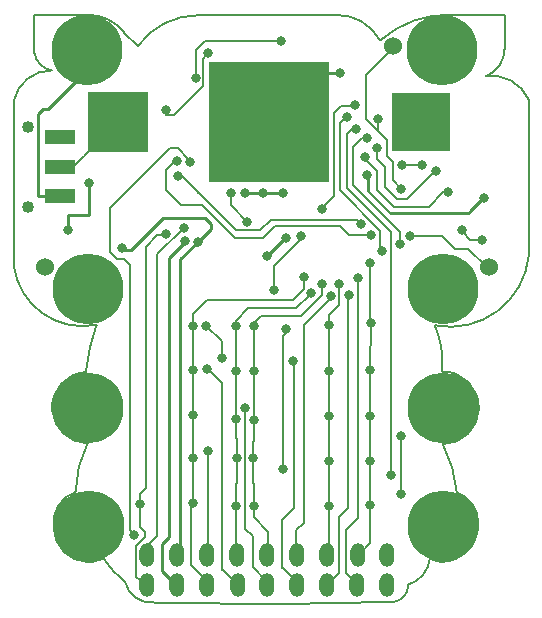
<source format=gbr>
%FSLAX23Y23*%
%MOIN*%
G04 EasyPC Gerber Version 17.0 Build 3379 *
%ADD85O,0.05000X0.08000*%
%ADD117R,0.09900X0.04700*%
%ADD152R,0.19685X0.19685*%
%ADD151R,0.20000X0.20000*%
%ADD150R,0.40000X0.40000*%
%ADD21C,0.00500*%
%ADD87C,0.00800*%
%ADD86C,0.01000*%
%ADD84C,0.03200*%
%ADD115C,0.04000*%
%ADD27C,0.06000*%
%ADD81C,0.23622*%
X0Y0D02*
D02*
D21*
X380Y1132D02*
G75*
G03X654Y934I230J29D01*
G01*
X656*
G75*
G03X621Y776I624J-223*
G01*
G75*
G03X508Y648I5J-118*
G01*
G75*
G03X626Y538I121J12*
G01*
G75*
G03X587Y377I316J-163*
G01*
G75*
G03X513Y255I35J-105*
G01*
G75*
G03X625Y143I116J4*
G01*
X640*
G75*
G03X680Y154I-3J89*
G01*
G75*
G03X751Y77I254J164*
G01*
G75*
G03X847Y8I87J20*
G01*
G75*
G03X1630Y10I364J11219*
G01*
G75*
G03X1696Y68I9J56*
G01*
G75*
G03X1766Y154I-30J97*
G01*
G75*
G03X1803Y143I41J68*
G01*
G75*
G03X1928Y277I0J125*
G01*
G75*
G03X1857Y375I-104J-1*
G01*
G75*
G03X1810Y536I-421J-36*
G01*
G75*
G03X1930Y653I0J121*
G01*
G75*
G03X1807Y778I-119J6*
G01*
G75*
G03X1784Y932I-298J33*
G01*
G75*
G03X2097Y1165I51J258*
G01*
Y1684*
G75*
G03X1953Y1762I-124J-56*
G01*
G75*
G03X2016Y1853I-33J90*
G01*
Y1967*
X1843*
G75*
G03X1601Y1882I-15J-342*
G01*
G75*
G03X1448Y1966I-143J-78*
G01*
X1000*
G75*
G03X793Y1863I-4J-250*
G01*
X748Y1908*
G75*
G03X623Y1966I-119J-91*
G01*
X449*
Y1841*
G75*
G03X508Y1782I67J8*
G01*
G75*
G03X380Y1680I-2J-129*
G01*
Y1132*
D02*
D27*
X484Y1128D03*
X1643Y1864D03*
X1963Y1127D03*
D02*
D81*
X623Y1849D03*
X629Y658D03*
Y1052D03*
X631Y263D03*
X1809Y1849D03*
X1810Y658D03*
Y1052D03*
X1812Y263D03*
D02*
D84*
X561Y1249D03*
X631Y1405D03*
X742Y1191D03*
X781Y234D03*
X801Y338D03*
X886Y1237D03*
X888Y1650D03*
X923Y1479D03*
X926Y1429D03*
X947Y1258D03*
X951Y1214D03*
X969Y1477D03*
X976Y339D03*
Y489D03*
Y634D03*
Y784D03*
Y929D03*
X986Y1756D03*
X994Y1211D03*
X1022Y930D03*
X1024Y787D03*
X1026Y512D03*
X1028Y1839D03*
X1074Y824D03*
X1104Y1373D03*
X1121Y329D03*
Y779D03*
Y929D03*
X1121Y619D03*
X1123Y491D03*
X1151Y1374D03*
X1152Y656D03*
X1158Y1278D03*
X1179Y491D03*
X1182Y329D03*
Y779D03*
Y929D03*
X1182Y618D03*
X1211Y1374D03*
X1223Y1162D03*
X1246Y1049D03*
X1271Y1879D03*
X1276Y454D03*
Y1374D03*
X1286Y1224D03*
X1289Y921D03*
X1310Y812D03*
X1336Y1229D03*
X1347Y1094D03*
X1370Y1039D03*
X1406Y1069D03*
Y1319D03*
X1430Y629D03*
X1431Y329D03*
Y479D03*
Y780D03*
Y934D03*
X1436Y1029D03*
X1465Y1070D03*
X1466Y1774D03*
X1490Y1628D03*
X1496Y1034D03*
X1518Y1668D03*
X1522Y1588D03*
X1526Y1091D03*
X1537Y1271D03*
X1551Y1494D03*
X1558Y1432D03*
Y1556D03*
X1566Y1140D03*
X1569Y334D03*
X1569Y479D03*
X1569Y629D03*
X1569Y784D03*
X1570Y939D03*
X1571Y1232D03*
X1590Y1524D03*
X1595Y1619D03*
X1606Y1179D03*
X1636Y434D03*
X1667Y1203D03*
X1670Y1388D03*
X1671Y369D03*
Y564D03*
X1674Y1465D03*
X1702Y1230D03*
X1740Y1465D03*
X1786Y1445D03*
X1829Y1376D03*
X1875Y1250D03*
X1941Y1215D03*
X1949Y1357D03*
D02*
D85*
X825Y67D03*
Y167D03*
X925Y67D03*
Y167D03*
X1025Y67D03*
Y167D03*
X1125D03*
X1126Y67D03*
X1225Y67D03*
Y167D03*
X1325Y67D03*
Y167D03*
X1425Y67D03*
Y167D03*
X1525Y67D03*
X1526Y167D03*
X1625Y67D03*
Y167D03*
D02*
D86*
X534Y1362D02*
X460D01*
Y1635*
X478Y1653*
X493*
X623Y1783*
Y1849*
X631Y1405D02*
Y1300D01*
X561*
Y1249*
X742Y1191D02*
Y1184D01*
X771*
X877Y1290*
X1017*
X1038Y1270*
Y1254*
X994Y1211*
X925Y67D02*
X921D01*
X875Y114*
Y202*
X898Y225*
Y1158*
X947Y1207*
Y1214*
X951*
X994Y1211D02*
X986D01*
Y1203*
X935Y1152*
Y199*
X925Y189*
Y167*
X1151Y1374D02*
X1211D01*
X1232Y1609D02*
Y1774D01*
X1466*
X1276Y1374D02*
X1211D01*
X1286Y1224D02*
X1284D01*
X1223Y1162*
Y1162*
X1562Y1380D02*
Y1432D01*
X1558*
X1949Y1357D02*
X1941D01*
Y1353*
X1902Y1314*
Y1313*
X1897Y1308*
X1634*
D02*
D87*
X534Y1461D02*
X580D01*
Y1462*
X613Y1495*
X613*
X727Y1608*
Y1609*
X781Y234D02*
X766Y249D01*
Y1134*
X747Y1153*
X723*
X700Y1177*
Y1323*
X900Y1524*
X924*
Y1524*
X926Y1524*
X962Y1488*
Y1477*
X969*
X801Y338D02*
Y370D01*
X821Y390*
Y1194*
X859Y1232*
X886*
Y1237*
X825Y67D02*
X786Y93D01*
Y198*
X816Y228*
Y244*
X801Y259*
Y338*
X825Y167D02*
X825D01*
Y197*
X857Y230*
Y1170*
X946Y1258*
X947*
X923Y1479D02*
X916D01*
X886Y1449*
Y1384*
X936Y1334*
X1006*
X1116Y1224*
X1211*
X1251Y1264*
X1466*
X1498Y1232*
X1571*
X976Y339D02*
Y489D01*
Y339D02*
X971D01*
Y134*
X1025Y80*
Y67*
X976Y489D02*
Y634D01*
Y784*
Y929*
X976*
Y969*
X1023Y1016*
X1311*
X1347Y1052*
Y1094*
X1022Y930D02*
X1074Y879D01*
Y824*
X1024Y787D02*
X1028D01*
X1075Y740*
Y117*
X1077*
X1126Y68*
Y67*
X1026Y512D02*
Y175D01*
X1019Y167*
X1025*
X1028Y1839D02*
X1024D01*
Y1835*
X1010Y1821*
Y1729*
X914Y1632*
X888*
Y1650*
X1104Y1373D02*
X1103D01*
Y1333*
X1158Y1278*
X1121Y329D02*
Y405D01*
X1123*
Y491*
X1121Y329D02*
X1121D01*
Y204*
X1125*
Y167*
X1121Y779D02*
Y929D01*
Y948*
X1162Y989*
X1321*
X1366Y1034*
Y1039*
X1370*
X1121Y619D02*
Y699D01*
X1121*
Y779*
X1123Y491D02*
Y555D01*
X1121*
Y619*
X1152Y656D02*
Y253D01*
X1176Y229*
Y127*
X1225Y78*
Y67*
X1179Y491D02*
Y548D01*
X1182*
Y618*
X1182Y329D02*
Y405D01*
X1179*
Y491*
X1182Y329D02*
X1180D01*
Y292*
X1228Y244*
Y167*
X1225*
X1182Y779D02*
Y929D01*
Y941*
X1205Y964*
X1336*
X1406Y1034*
Y1069*
X1182Y618D02*
Y699D01*
X1182*
Y779*
X1271Y1879D02*
X1017D01*
X986Y1849*
Y1756*
X1289Y921D02*
Y907D01*
X1277Y895*
X1276*
Y454*
X1325Y67D02*
Y76D01*
X1278Y123*
X1274*
Y284*
X1314Y324*
Y796*
X1310Y800*
Y812*
X1336Y1229D02*
Y1219D01*
X1246Y1129*
Y1049*
X1430Y629D02*
X1431Y479D01*
Y329D02*
Y167D01*
X1425*
X1431Y479D02*
Y329D01*
Y780D02*
Y754D01*
X1430Y629*
X1431Y934D02*
Y780D01*
X1436Y1029D02*
Y1024D01*
X1346Y934*
Y274*
X1321Y249*
Y184*
X1325*
Y167*
X1465Y1070D02*
Y999D01*
X1431Y966*
Y934*
X1490Y1628D02*
X1488D01*
X1466Y1606*
Y1384*
X1602Y1248*
Y1179*
X1606*
X1496Y1034D02*
X1495D01*
Y324*
X1465Y294*
Y107*
X1425Y67*
X1518Y1668D02*
Y1663D01*
X1470*
X1446Y1639*
Y1364*
X1406Y1324*
Y1319*
X1525Y67D02*
Y70D01*
X1487Y108*
Y249*
X1527Y289*
Y1091*
X1526*
X1526Y167D02*
X1530D01*
X1569Y206*
Y334*
X1537Y1271D02*
X1524Y1284D01*
X1236*
X1201Y1249*
X1121*
X996Y1374*
X995*
Y1375*
X944Y1426*
X940*
X926Y1429*
X1558Y1556D02*
X1540D01*
X1511Y1527*
Y1399*
X1667Y1243*
Y1203*
X1566Y1140D02*
X1566Y1088D01*
Y1063*
X1566*
Y1049*
X1566Y975*
Y958*
X1570Y954*
Y947*
X1570*
Y939*
X1569Y334D02*
X1569Y479D01*
X1569Y629*
X1569Y784*
X1570Y939*
X1590Y1524D02*
Y1488D01*
X1604Y1473*
X1605*
X1617Y1461*
Y1394*
X1658Y1353*
X1692*
X1781Y1442*
X1786*
Y1445*
X1595Y1594D02*
Y1579D01*
X1623Y1551*
Y1496*
X1643Y1476*
Y1416*
X1671Y1388*
X1670*
X1595Y1619D02*
Y1594D01*
X1634Y1308D02*
X1562Y1380D01*
X1636Y434D02*
Y1244D01*
X1491Y1389*
Y1569*
X1507Y1585*
Y1585*
X1510Y1588*
X1522*
X1643Y1864D02*
Y1857D01*
X1553Y1766*
Y1620*
X1596Y1577*
Y1579*
X1594*
Y1580*
X1595Y1594*
X1671Y564D02*
Y369D01*
X1740Y1465D02*
X1709D01*
Y1465*
X1674*
X1829Y1376D02*
X1810D01*
X1763Y1328*
X1646*
X1590Y1384*
Y1448*
X1551Y1487*
Y1494*
X1875Y1250D02*
Y1242D01*
X1876*
X1901Y1217*
Y1215*
X1941*
X1963Y1127D02*
X1956D01*
X1895Y1188*
X1851*
X1809Y1230*
X1702*
D02*
D115*
X428Y1327D03*
Y1594D03*
D02*
D117*
X534Y1362D03*
Y1461D03*
Y1559D03*
D02*
D150*
X1232Y1609D03*
D02*
D151*
X727D03*
D02*
D152*
X1737D03*
X0Y0D02*
M02*

</source>
